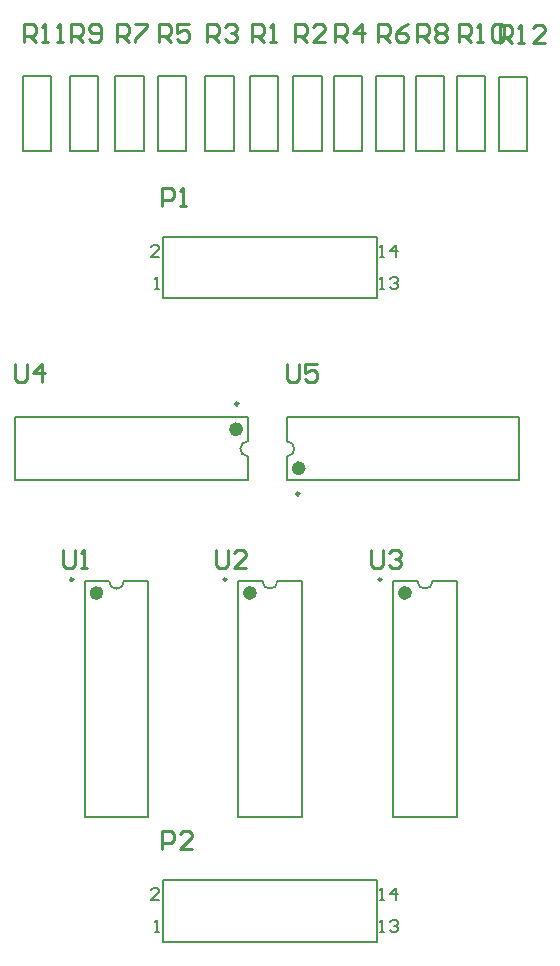
<source format=gbr>
%TF.GenerationSoftware,Altium Limited,Altium Designer,22.9.1 (49)*%
G04 Layer_Color=65535*
%FSLAX45Y45*%
%MOMM*%
%TF.SameCoordinates,4BB515F2-1930-42CC-84AD-66DDC1B42358*%
%TF.FilePolarity,Positive*%
%TF.FileFunction,Legend,Top*%
%TF.Part,Single*%
G01*
G75*
%TA.AperFunction,NonConductor*%
%ADD30C,0.20000*%
%ADD31C,0.25000*%
%ADD32C,0.60000*%
%ADD33C,0.25400*%
%ADD34C,0.15240*%
D30*
X5327785Y8572500D02*
G03*
X5327785Y8699500I0J63500D01*
G01*
X4998200D02*
G03*
X4998200Y8572500I0J-63500D01*
G01*
X6434438Y7515100D02*
G03*
X6561438Y7515100I63500J0D01*
G01*
X5121788D02*
G03*
X5248788Y7515100I63500J0D01*
G01*
X3822700D02*
G03*
X3949700Y7515100I63500J0D01*
G01*
X5327782Y8371002D02*
X7297786D01*
X5327782Y8900998D02*
X7297786D01*
X5327782Y8371002D02*
Y8572500D01*
Y8699500D02*
Y8900998D01*
X7297786Y8371002D02*
Y8900998D01*
X3028198D02*
X4998202D01*
X3028198Y8371002D02*
X4998202D01*
Y8699500D02*
Y8900998D01*
Y8371002D02*
Y8572500D01*
X3028198Y8371002D02*
Y8900998D01*
X6227938Y5515102D02*
Y7515098D01*
X6767942Y5515102D02*
Y7515098D01*
X6227938D02*
X6434440D01*
X6561440D02*
X6767942D01*
X6227938Y5515102D02*
X6767942D01*
X4915286D02*
Y7515098D01*
X5455290Y5515102D02*
Y7515098D01*
X4915286D02*
X5121788D01*
X5248788D02*
X5455290D01*
X4915286Y5515102D02*
X5455290D01*
X3616198D02*
Y7515098D01*
X4156202Y5515102D02*
Y7515098D01*
X3616198D02*
X3822700D01*
X3949700D02*
X4156202D01*
X3616198Y5515102D02*
X4156202D01*
X7122450Y11152922D02*
X7362449D01*
X7122450D02*
Y11782923D01*
X7362449Y11152922D02*
Y11782923D01*
X7122450D02*
X7362449D01*
X3093705Y11158601D02*
X3333704D01*
X3093705D02*
Y11788602D01*
X3333704Y11158601D02*
Y11788602D01*
X3093705D02*
X3333704D01*
X6768800Y11158601D02*
X7008800D01*
X6768800D02*
Y11788602D01*
X7008800Y11158601D02*
Y11788602D01*
X6768800D02*
X7008800D01*
X3488294Y11158601D02*
X3728293D01*
X3488294D02*
Y11788602D01*
X3728293Y11158601D02*
Y11788602D01*
X3488294D02*
X3728293D01*
X6418661Y11158601D02*
X6658661D01*
X6418661D02*
Y11788602D01*
X6658661Y11158601D02*
Y11788602D01*
X6418661D02*
X6658661D01*
X3876192Y11158601D02*
X4116192D01*
X3876192D02*
Y11788602D01*
X4116192Y11158601D02*
Y11788602D01*
X3876192D02*
X4116192D01*
X6083432Y11158601D02*
X6323432D01*
X6083432D02*
Y11788602D01*
X6323432Y11158601D02*
Y11788602D01*
X6083432D02*
X6323432D01*
X4233789Y11158601D02*
X4473788D01*
X4233789D02*
Y11788602D01*
X4473788Y11158601D02*
Y11788602D01*
X4233789D02*
X4473788D01*
X5724860Y11158601D02*
X5964860D01*
X5724860D02*
Y11788602D01*
X5964860Y11158601D02*
Y11788602D01*
X5724860D02*
X5964860D01*
X4636882Y11158601D02*
X4876881D01*
X4636882D02*
Y11788602D01*
X4876881Y11158601D02*
Y11788602D01*
X4636882D02*
X4876881D01*
X5382311Y11158601D02*
X5622310D01*
X5382311D02*
Y11788602D01*
X5622310Y11158601D02*
Y11788602D01*
X5382311D02*
X5622310D01*
X5017389Y11158601D02*
X5257389D01*
X5017389D02*
Y11788602D01*
X5257389Y11158601D02*
Y11788602D01*
X5017389D02*
X5257389D01*
X6089289Y4461490D02*
Y4984491D01*
X4281287D02*
X6089289D01*
X4281287Y4461490D02*
X6089289D01*
X4281287D02*
Y4984491D01*
X6087857Y9908210D02*
Y10431211D01*
X4279854D02*
X6087857D01*
X4279854Y9908210D02*
X6087857D01*
X4279854D02*
Y10431211D01*
D31*
X5433285Y8255000D02*
G03*
X5433285Y8255000I-12500J0D01*
G01*
X4917700Y9017000D02*
G03*
X4917700Y9017000I-12500J0D01*
G01*
X6129438Y7529100D02*
G03*
X6129438Y7529100I-12500J0D01*
G01*
X4816788D02*
G03*
X4816788Y7529100I-12500J0D01*
G01*
X3517700D02*
G03*
X3517700Y7529100I-12500J0D01*
G01*
D32*
X5457785Y8471000D02*
G03*
X5457785Y8471000I-30000J0D01*
G01*
X4928200Y8801000D02*
G03*
X4928200Y8801000I-30000J0D01*
G01*
X6357938Y7415100D02*
G03*
X6357938Y7415100I-30000J0D01*
G01*
X5045288D02*
G03*
X5045288Y7415100I-30000J0D01*
G01*
X3746200D02*
G03*
X3746200Y7415100I-30000J0D01*
G01*
D33*
X5326380Y9352231D02*
Y9225272D01*
X5351772Y9199880D01*
X5402555D01*
X5427947Y9225272D01*
Y9352231D01*
X5580298D02*
X5478731D01*
Y9276055D01*
X5529514Y9301447D01*
X5554906D01*
X5580298Y9276055D01*
Y9225272D01*
X5554906Y9199880D01*
X5504123D01*
X5478731Y9225272D01*
X3025140Y9352231D02*
Y9225272D01*
X3050532Y9199880D01*
X3101315D01*
X3126707Y9225272D01*
Y9352231D01*
X3253666Y9199880D02*
Y9352231D01*
X3177491Y9276055D01*
X3279058D01*
X6040120Y7782511D02*
Y7655552D01*
X6065512Y7630160D01*
X6116295D01*
X6141687Y7655552D01*
Y7782511D01*
X6192471Y7757119D02*
X6217863Y7782511D01*
X6268646D01*
X6294038Y7757119D01*
Y7731727D01*
X6268646Y7706335D01*
X6243254D01*
X6268646D01*
X6294038Y7680943D01*
Y7655552D01*
X6268646Y7630160D01*
X6217863D01*
X6192471Y7655552D01*
X4726940Y7782511D02*
Y7655552D01*
X4752332Y7630160D01*
X4803115D01*
X4828507Y7655552D01*
Y7782511D01*
X4980858Y7630160D02*
X4879291D01*
X4980858Y7731727D01*
Y7757119D01*
X4955466Y7782511D01*
X4904683D01*
X4879291Y7757119D01*
X3429000Y7782511D02*
Y7655552D01*
X3454392Y7630160D01*
X3505175D01*
X3530567Y7655552D01*
Y7782511D01*
X3581351Y7630160D02*
X3632134D01*
X3606743D01*
Y7782511D01*
X3581351Y7757119D01*
X7134860Y12075160D02*
Y12227511D01*
X7211035D01*
X7236427Y12202119D01*
Y12151335D01*
X7211035Y12125943D01*
X7134860D01*
X7185643D02*
X7236427Y12075160D01*
X7287211D02*
X7337994D01*
X7312603D01*
Y12227511D01*
X7287211Y12202119D01*
X7515737Y12075160D02*
X7414170D01*
X7515737Y12176727D01*
Y12202119D01*
X7490345Y12227511D01*
X7439561D01*
X7414170Y12202119D01*
X3106420Y12080240D02*
Y12232591D01*
X3182595D01*
X3207987Y12207199D01*
Y12156415D01*
X3182595Y12131023D01*
X3106420D01*
X3157203D02*
X3207987Y12080240D01*
X3258771D02*
X3309554D01*
X3284163D01*
Y12232591D01*
X3258771Y12207199D01*
X3385730Y12080240D02*
X3436513D01*
X3411121D01*
Y12232591D01*
X3385730Y12207199D01*
X6781800Y12080240D02*
Y12232591D01*
X6857975D01*
X6883367Y12207199D01*
Y12156415D01*
X6857975Y12131023D01*
X6781800D01*
X6832583D02*
X6883367Y12080240D01*
X6934151D02*
X6984934D01*
X6959543D01*
Y12232591D01*
X6934151Y12207199D01*
X7061110D02*
X7086501Y12232591D01*
X7137285D01*
X7162677Y12207199D01*
Y12105632D01*
X7137285Y12080240D01*
X7086501D01*
X7061110Y12105632D01*
Y12207199D01*
X3500120Y12080240D02*
Y12232591D01*
X3576295D01*
X3601687Y12207199D01*
Y12156415D01*
X3576295Y12131023D01*
X3500120D01*
X3550903D02*
X3601687Y12080240D01*
X3652471Y12105632D02*
X3677863Y12080240D01*
X3728646D01*
X3754038Y12105632D01*
Y12207199D01*
X3728646Y12232591D01*
X3677863D01*
X3652471Y12207199D01*
Y12181807D01*
X3677863Y12156415D01*
X3754038D01*
X6431280Y12080240D02*
Y12232591D01*
X6507455D01*
X6532847Y12207199D01*
Y12156415D01*
X6507455Y12131023D01*
X6431280D01*
X6482063D02*
X6532847Y12080240D01*
X6583631Y12207199D02*
X6609023Y12232591D01*
X6659806D01*
X6685198Y12207199D01*
Y12181807D01*
X6659806Y12156415D01*
X6685198Y12131023D01*
Y12105632D01*
X6659806Y12080240D01*
X6609023D01*
X6583631Y12105632D01*
Y12131023D01*
X6609023Y12156415D01*
X6583631Y12181807D01*
Y12207199D01*
X6609023Y12156415D02*
X6659806D01*
X3888740Y12080240D02*
Y12232591D01*
X3964915D01*
X3990307Y12207199D01*
Y12156415D01*
X3964915Y12131023D01*
X3888740D01*
X3939523D02*
X3990307Y12080240D01*
X4041091Y12232591D02*
X4142658D01*
Y12207199D01*
X4041091Y12105632D01*
Y12080240D01*
X6096000D02*
Y12232591D01*
X6172175D01*
X6197567Y12207199D01*
Y12156415D01*
X6172175Y12131023D01*
X6096000D01*
X6146783D02*
X6197567Y12080240D01*
X6349918Y12232591D02*
X6299134Y12207199D01*
X6248351Y12156415D01*
Y12105632D01*
X6273743Y12080240D01*
X6324526D01*
X6349918Y12105632D01*
Y12131023D01*
X6324526Y12156415D01*
X6248351D01*
X4246880Y12080240D02*
Y12232591D01*
X4323055D01*
X4348447Y12207199D01*
Y12156415D01*
X4323055Y12131023D01*
X4246880D01*
X4297663D02*
X4348447Y12080240D01*
X4500798Y12232591D02*
X4399231D01*
Y12156415D01*
X4450014Y12181807D01*
X4475406D01*
X4500798Y12156415D01*
Y12105632D01*
X4475406Y12080240D01*
X4424623D01*
X4399231Y12105632D01*
X5737860Y12080240D02*
Y12232591D01*
X5814035D01*
X5839427Y12207199D01*
Y12156415D01*
X5814035Y12131023D01*
X5737860D01*
X5788643D02*
X5839427Y12080240D01*
X5966386D02*
Y12232591D01*
X5890211Y12156415D01*
X5991778D01*
X4650740Y12080240D02*
Y12232591D01*
X4726915D01*
X4752307Y12207199D01*
Y12156415D01*
X4726915Y12131023D01*
X4650740D01*
X4701523D02*
X4752307Y12080240D01*
X4803091Y12207199D02*
X4828483Y12232591D01*
X4879266D01*
X4904658Y12207199D01*
Y12181807D01*
X4879266Y12156415D01*
X4853874D01*
X4879266D01*
X4904658Y12131023D01*
Y12105632D01*
X4879266Y12080240D01*
X4828483D01*
X4803091Y12105632D01*
X5394960Y12080240D02*
Y12232591D01*
X5471135D01*
X5496527Y12207199D01*
Y12156415D01*
X5471135Y12131023D01*
X5394960D01*
X5445743D02*
X5496527Y12080240D01*
X5648878D02*
X5547311D01*
X5648878Y12181807D01*
Y12207199D01*
X5623486Y12232591D01*
X5572703D01*
X5547311Y12207199D01*
X5029200Y12080240D02*
Y12232591D01*
X5105375D01*
X5130767Y12207199D01*
Y12156415D01*
X5105375Y12131023D01*
X5029200D01*
X5079983D02*
X5130767Y12080240D01*
X5181551D02*
X5232334D01*
X5206943D01*
Y12232591D01*
X5181551Y12207199D01*
X4269740Y5247640D02*
Y5399991D01*
X4345915D01*
X4371307Y5374599D01*
Y5323815D01*
X4345915Y5298423D01*
X4269740D01*
X4523658Y5247640D02*
X4422091D01*
X4523658Y5349207D01*
Y5374599D01*
X4498266Y5399991D01*
X4447483D01*
X4422091Y5374599D01*
X4269740Y10693400D02*
Y10845751D01*
X4345915D01*
X4371307Y10820359D01*
Y10769575D01*
X4345915Y10744183D01*
X4269740D01*
X4422091Y10693400D02*
X4472874D01*
X4447483D01*
Y10845751D01*
X4422091Y10820359D01*
D34*
X6120288Y4812990D02*
X6154144D01*
X6137216D01*
Y4914558D01*
X6120288Y4897630D01*
X6255711Y4812990D02*
Y4914558D01*
X6204927Y4863774D01*
X6272639D01*
X6120288Y4542990D02*
X6154144D01*
X6137216D01*
Y4644558D01*
X6120288Y4627630D01*
X6204927D02*
X6221855Y4644558D01*
X6255711D01*
X6272639Y4627630D01*
Y4610702D01*
X6255711Y4593774D01*
X6238783D01*
X6255711D01*
X6272639Y4576846D01*
Y4559918D01*
X6255711Y4542990D01*
X6221855D01*
X6204927Y4559918D01*
X4247999Y4812990D02*
X4180288D01*
X4247999Y4880702D01*
Y4897630D01*
X4231072Y4914558D01*
X4197216D01*
X4180288Y4897630D01*
X4210288Y4542990D02*
X4244144D01*
X4227216D01*
Y4644558D01*
X4210288Y4627630D01*
X6118856Y10259709D02*
X6152712D01*
X6135784D01*
Y10361276D01*
X6118856Y10344348D01*
X6254279Y10259709D02*
Y10361276D01*
X6203495Y10310492D01*
X6271207D01*
X6118856Y9989709D02*
X6152712D01*
X6135784D01*
Y10091276D01*
X6118856Y10074348D01*
X6203495D02*
X6220423Y10091276D01*
X6254279D01*
X6271207Y10074348D01*
Y10057420D01*
X6254279Y10040492D01*
X6237351D01*
X6254279D01*
X6271207Y10023565D01*
Y10006637D01*
X6254279Y9989709D01*
X6220423D01*
X6203495Y10006637D01*
X4246567Y10259709D02*
X4178856D01*
X4246567Y10327420D01*
Y10344348D01*
X4229639Y10361276D01*
X4195784D01*
X4178856Y10344348D01*
X4208856Y9989709D02*
X4242712D01*
X4225784D01*
Y10091276D01*
X4208856Y10074348D01*
%TF.MD5,cce64cee99fe76db091bdbdca2d164b9*%
M02*

</source>
